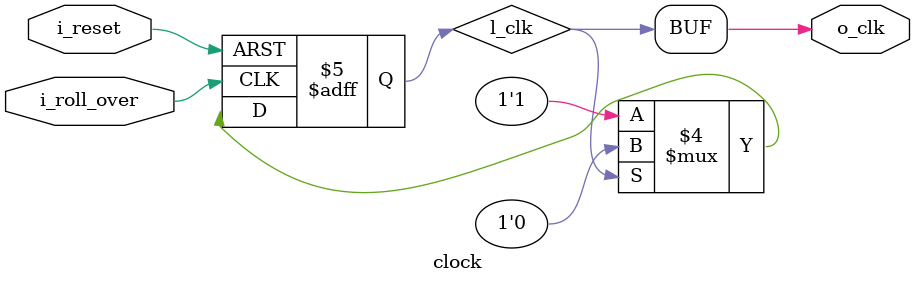
<source format=sv>
/**
 * Outputs a clock signal based on the given rollover signal.
 * The clock signal changes on every positive edge of the rollover signal.
 * On a positive edge of the reset signal, the clock is reset to high.
 *
 * @param i_roll_over rollover signal.
 * @param i_reset reset signal.
 * @param o_clk set to generated clock signal.
 **/
module clock( input  logic i_roll_over,
              input  logic i_reset,
              output logic o_clk );
    logic l_clk;

    always_ff @(posedge i_roll_over, posedge i_reset) begin
        if( i_reset == 1'b1 ) begin
            l_clk <= 1'b1;
        end
        else begin
            l_clk <= l_clk == 1'b0 ? 1'b1 : 1'b0;
        end
    end

    assign o_clk = l_clk;
endmodule
</source>
